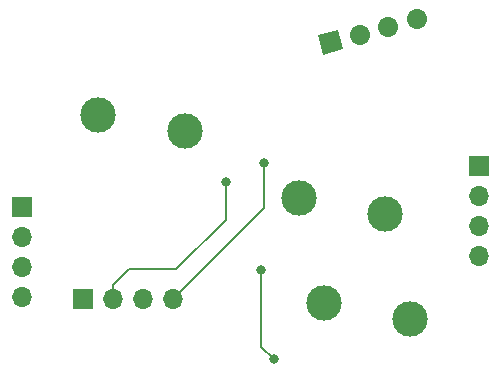
<source format=gbr>
G04 #@! TF.GenerationSoftware,KiCad,Pcbnew,(5.1.4)-1*
G04 #@! TF.CreationDate,2023-09-09T05:27:38-04:00*
G04 #@! TF.ProjectId,ThumbsUp,5468756d-6273-4557-902e-6b696361645f,rev?*
G04 #@! TF.SameCoordinates,Original*
G04 #@! TF.FileFunction,Copper,L1,Top*
G04 #@! TF.FilePolarity,Positive*
%FSLAX46Y46*%
G04 Gerber Fmt 4.6, Leading zero omitted, Abs format (unit mm)*
G04 Created by KiCad (PCBNEW (5.1.4)-1) date 2023-09-09 05:27:38*
%MOMM*%
%LPD*%
G04 APERTURE LIST*
%ADD10C,3.000000*%
%ADD11O,1.700000X1.700000*%
%ADD12R,1.700000X1.700000*%
%ADD13C,1.700000*%
%ADD14C,1.700000*%
%ADD15C,0.100000*%
%ADD16C,0.800000*%
%ADD17C,0.200000*%
G04 APERTURE END LIST*
D10*
X-111540000Y-356821918D03*
X-104240000Y-358171918D03*
X-121203954Y-351160061D03*
X-128503954Y-349810061D03*
D11*
X-96258141Y-361748713D03*
X-96258141Y-359208713D03*
X-96258141Y-356668713D03*
D12*
X-96258141Y-354128713D03*
D11*
X-134976620Y-365247892D03*
X-134976620Y-362707892D03*
X-134976620Y-360167892D03*
D12*
X-134976620Y-357627892D03*
D11*
X-122149330Y-365344574D03*
X-124689330Y-365344574D03*
X-127229330Y-365344574D03*
D12*
X-129769330Y-365344574D03*
D13*
X-101492864Y-341688390D03*
D14*
X-101492864Y-341688390D02*
X-101492864Y-341688390D01*
D13*
X-103946316Y-342345790D03*
D14*
X-103946316Y-342345790D02*
X-103946316Y-342345790D01*
D13*
X-106399767Y-343003191D03*
D14*
X-106399767Y-343003191D02*
X-106399767Y-343003191D01*
D13*
X-108853219Y-343660591D03*
D15*
G36*
X-109894252Y-343059550D02*
G01*
X-108252178Y-342619558D01*
X-107812186Y-344261632D01*
X-109454260Y-344701624D01*
X-109894252Y-343059550D01*
X-109894252Y-343059550D01*
G37*
D10*
X-102140000Y-367080000D03*
X-109440000Y-365730000D03*
D16*
X-114480000Y-353840000D03*
X-117740000Y-355470000D03*
X-114720000Y-362900000D03*
X-113660000Y-370500000D03*
D17*
X-122149330Y-365344574D02*
X-114480000Y-357675244D01*
X-114480000Y-357675244D02*
X-114480000Y-353840000D01*
X-125940000Y-362870000D02*
X-121940000Y-362870000D01*
X-127229330Y-365344574D02*
X-127229330Y-364159330D01*
X-117740000Y-358670000D02*
X-117740000Y-355470000D01*
X-127229330Y-364159330D02*
X-125940000Y-362870000D01*
X-121940000Y-362870000D02*
X-117740000Y-358670000D01*
X-114720000Y-362900000D02*
X-114720000Y-369440000D01*
X-114720000Y-369440000D02*
X-113660000Y-370500000D01*
M02*

</source>
